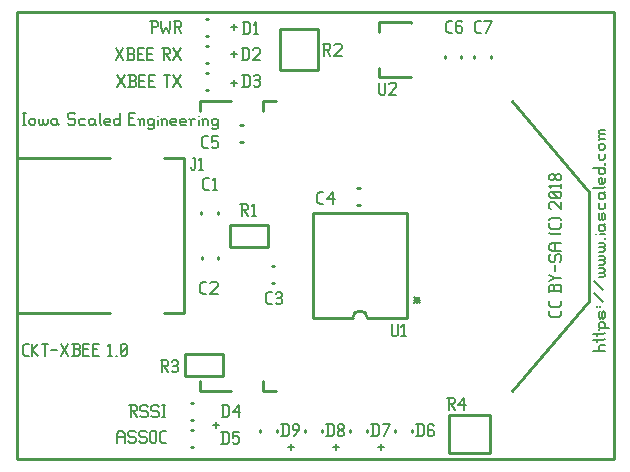
<source format=gbr>
G04 start of page 8 for group -4079 idx -4079 *
G04 Title: (unknown), topsilk *
G04 Creator: pcb 20140316 *
G04 CreationDate: Mon 29 Jan 2018 01:28:48 AM GMT UTC *
G04 For: railfan *
G04 Format: Gerber/RS-274X *
G04 PCB-Dimensions (mil): 2000.00 1500.00 *
G04 PCB-Coordinate-Origin: lower left *
%MOIN*%
%FSLAX25Y25*%
%LNTOPSILK*%
%ADD58C,0.0080*%
%ADD57C,0.0100*%
G54D57*X179500Y500D02*X500D01*
Y149500D01*
X179500D01*
X199500D02*Y500D01*
X179000Y149500D02*X199500D01*
X178000Y500D02*X199500D01*
G54D58*X72000Y126000D02*X74000D01*
X73000Y127000D02*Y125000D01*
X45500Y146500D02*Y142500D01*
X45000Y146500D02*X47000D01*
X47500Y146000D01*
Y145000D01*
X47000Y144500D02*X47500Y145000D01*
X45500Y144500D02*X47000D01*
X48700Y146500D02*Y144500D01*
X49200Y142500D01*
X50200Y144500D01*
X51200Y142500D01*
X51700Y144500D01*
Y146500D02*Y144500D01*
X52900Y146500D02*X54900D01*
X55400Y146000D01*
Y145000D01*
X54900Y144500D02*X55400Y145000D01*
X53400Y144500D02*X54900D01*
X53400Y146500D02*Y142500D01*
X54200Y144500D02*X55400Y142500D01*
X33500Y133500D02*X36000Y137500D01*
X33500D02*X36000Y133500D01*
X37200D02*X39200D01*
X39700Y134000D01*
Y135200D02*Y134000D01*
X39200Y135700D02*X39700Y135200D01*
X37700Y135700D02*X39200D01*
X37700Y137500D02*Y133500D01*
X37200Y137500D02*X39200D01*
X39700Y137000D01*
Y136200D01*
X39200Y135700D02*X39700Y136200D01*
X40900Y135700D02*X42400D01*
X40900Y133500D02*X42900D01*
X40900Y137500D02*Y133500D01*
Y137500D02*X42900D01*
X44100Y135700D02*X45600D01*
X44100Y133500D02*X46100D01*
X44100Y137500D02*Y133500D01*
Y137500D02*X46100D01*
X49100D02*X51100D01*
X51600Y137000D01*
Y136000D01*
X51100Y135500D02*X51600Y136000D01*
X49600Y135500D02*X51100D01*
X49600Y137500D02*Y133500D01*
X50400Y135500D02*X51600Y133500D01*
X52800D02*X55300Y137500D01*
X52800D02*X55300Y133500D01*
X34000Y124500D02*X36500Y128500D01*
X34000D02*X36500Y124500D01*
X37700D02*X39700D01*
X40200Y125000D01*
Y126200D02*Y125000D01*
X39700Y126700D02*X40200Y126200D01*
X38200Y126700D02*X39700D01*
X38200Y128500D02*Y124500D01*
X37700Y128500D02*X39700D01*
X40200Y128000D01*
Y127200D01*
X39700Y126700D02*X40200Y127200D01*
X41400Y126700D02*X42900D01*
X41400Y124500D02*X43400D01*
X41400Y128500D02*Y124500D01*
Y128500D02*X43400D01*
X44600Y126700D02*X46100D01*
X44600Y124500D02*X46600D01*
X44600Y128500D02*Y124500D01*
Y128500D02*X46600D01*
X49600D02*X51600D01*
X50600D02*Y124500D01*
X52800D02*X55300Y128500D01*
X52800D02*X55300Y124500D01*
X72000Y135500D02*X74000D01*
X73000Y136500D02*Y134500D01*
X72000Y144500D02*X74000D01*
X73000Y145500D02*Y143500D01*
X182000Y50000D02*Y48700D01*
X181300Y48000D02*X182000Y48700D01*
X178700Y48000D02*X181300D01*
X178700D02*X178000Y48700D01*
Y50000D02*Y48700D01*
X182000Y53200D02*Y51900D01*
X181300Y51200D02*X182000Y51900D01*
X178700Y51200D02*X181300D01*
X178700D02*X178000Y51900D01*
Y53200D02*Y51900D01*
X182000Y58200D02*Y56200D01*
Y58200D02*X181500Y58700D01*
X180300D02*X181500D01*
X179800Y58200D02*X180300Y58700D01*
X179800Y58200D02*Y56700D01*
X178000D02*X182000D01*
X178000Y58200D02*Y56200D01*
Y58200D02*X178500Y58700D01*
X179300D01*
X179800Y58200D02*X179300Y58700D01*
X178000Y59900D02*X180000Y60900D01*
X178000Y61900D01*
X180000Y60900D02*X182000D01*
X180000Y65100D02*Y63100D01*
X178000Y68300D02*X178500Y68800D01*
X178000Y68300D02*Y66800D01*
X178500Y66300D02*X178000Y66800D01*
X178500Y66300D02*X179500D01*
X180000Y66800D01*
Y68300D02*Y66800D01*
Y68300D02*X180500Y68800D01*
X181500D01*
X182000Y68300D02*X181500Y68800D01*
X182000Y68300D02*Y66800D01*
X181500Y66300D02*X182000Y66800D01*
X179000Y70000D02*X182000D01*
X179000D02*X178000Y70700D01*
Y71800D02*Y70700D01*
Y71800D02*X179000Y72500D01*
X182000D01*
X180000D02*Y70000D01*
X181500Y75500D02*X182000Y76000D01*
X178500Y75500D02*X178000Y76000D01*
X178500Y75500D02*X181500D01*
X182000Y79200D02*Y77900D01*
X181300Y77200D02*X182000Y77900D01*
X178700Y77200D02*X181300D01*
X178700D02*X178000Y77900D01*
Y79200D02*Y77900D01*
Y80400D02*X178500Y80900D01*
X181500D01*
X182000Y80400D02*X181500Y80900D01*
X178500Y83900D02*X178000Y84400D01*
Y85900D02*Y84400D01*
Y85900D02*X178500Y86400D01*
X179500D01*
X182000Y83900D02*X179500Y86400D01*
X182000D02*Y83900D01*
X181500Y87600D02*X182000Y88100D01*
X178500Y87600D02*X181500D01*
X178500D02*X178000Y88100D01*
Y89100D02*Y88100D01*
Y89100D02*X178500Y89600D01*
X181500D01*
X182000Y89100D02*X181500Y89600D01*
X182000Y89100D02*Y88100D01*
X181000Y87600D02*X179000Y89600D01*
X178800Y90800D02*X178000Y91600D01*
X182000D01*
Y92300D02*Y90800D01*
X181500Y93500D02*X182000Y94000D01*
X180700Y93500D02*X181500D01*
X180700D02*X180000Y94200D01*
Y94800D02*Y94200D01*
Y94800D02*X180700Y95500D01*
X181500D01*
X182000Y95000D02*X181500Y95500D01*
X182000Y95000D02*Y94000D01*
X179300Y93500D02*X180000Y94200D01*
X178500Y93500D02*X179300D01*
X178500D02*X178000Y94000D01*
Y95000D02*Y94000D01*
Y95000D02*X178500Y95500D01*
X179300D01*
X180000Y94800D02*X179300Y95500D01*
X133000Y54500D02*X135000Y52500D01*
X133000D02*X135000Y54500D01*
X133000Y53500D02*X135000D01*
X134000Y54500D02*Y52500D01*
X192500Y36500D02*X196500D01*
X195000D02*X194500Y37000D01*
Y38000D02*Y37000D01*
Y38000D02*X195000Y38500D01*
X196500D01*
X192500Y40200D02*X196000D01*
X196500Y40700D01*
X194000D02*Y39700D01*
X192500Y42200D02*X196000D01*
X196500Y42700D01*
X194000D02*Y41700D01*
X195000Y44200D02*X198000D01*
X194500Y43700D02*X195000Y44200D01*
X194500Y44700D01*
Y45700D02*Y44700D01*
Y45700D02*X195000Y46200D01*
X196000D01*
X196500Y45700D02*X196000Y46200D01*
X196500Y45700D02*Y44700D01*
X196000Y44200D02*X196500Y44700D01*
Y49400D02*Y47900D01*
Y49400D02*X196000Y49900D01*
X195500Y49400D02*X196000Y49900D01*
X195500Y49400D02*Y47900D01*
X195000Y47400D02*X195500Y47900D01*
X195000Y47400D02*X194500Y47900D01*
Y49400D02*Y47900D01*
Y49400D02*X195000Y49900D01*
X196000Y47400D02*X196500Y47900D01*
X194000Y51600D02*Y51100D01*
X195000Y51600D02*Y51100D01*
X196000Y52800D02*X193000Y55800D01*
X196000Y57000D02*X193000Y60000D01*
X194500Y61200D02*X196000D01*
X196500Y61700D01*
Y62200D02*Y61700D01*
Y62200D02*X196000Y62700D01*
X194500D02*X196000D01*
X196500Y63200D01*
Y63700D02*Y63200D01*
Y63700D02*X196000Y64200D01*
X194500D02*X196000D01*
X194500Y65400D02*X196000D01*
X196500Y65900D01*
Y66400D02*Y65900D01*
Y66400D02*X196000Y66900D01*
X194500D02*X196000D01*
X196500Y67400D01*
Y67900D02*Y67400D01*
Y67900D02*X196000Y68400D01*
X194500D02*X196000D01*
X194500Y69600D02*X196000D01*
X196500Y70100D01*
Y70600D02*Y70100D01*
Y70600D02*X196000Y71100D01*
X194500D02*X196000D01*
X196500Y71600D01*
Y72100D02*Y71600D01*
Y72100D02*X196000Y72600D01*
X194500D02*X196000D01*
X196500Y74300D02*Y73800D01*
X193500Y75500D02*X193600D01*
X195000D02*X196500D01*
X194500Y78000D02*X195000Y78500D01*
X194500Y78000D02*Y77000D01*
X195000Y76500D02*X194500Y77000D01*
X195000Y76500D02*X196000D01*
X196500Y77000D01*
X194500Y78500D02*X196000D01*
X196500Y79000D01*
Y78000D02*Y77000D01*
Y78000D02*X196000Y78500D01*
X196500Y82200D02*Y80700D01*
Y82200D02*X196000Y82700D01*
X195500Y82200D02*X196000Y82700D01*
X195500Y82200D02*Y80700D01*
X195000Y80200D02*X195500Y80700D01*
X195000Y80200D02*X194500Y80700D01*
Y82200D02*Y80700D01*
Y82200D02*X195000Y82700D01*
X196000Y80200D02*X196500Y80700D01*
X194500Y85900D02*Y84400D01*
X195000Y83900D02*X194500Y84400D01*
X195000Y83900D02*X196000D01*
X196500Y84400D01*
Y85900D02*Y84400D01*
X194500Y88600D02*X195000Y89100D01*
X194500Y88600D02*Y87600D01*
X195000Y87100D02*X194500Y87600D01*
X195000Y87100D02*X196000D01*
X196500Y87600D01*
X194500Y89100D02*X196000D01*
X196500Y89600D01*
Y88600D02*Y87600D01*
Y88600D02*X196000Y89100D01*
X192500Y90800D02*X196000D01*
X196500Y91300D01*
Y94300D02*Y92800D01*
X196000Y92300D02*X196500Y92800D01*
X195000Y92300D02*X196000D01*
X195000D02*X194500Y92800D01*
Y93800D02*Y92800D01*
Y93800D02*X195000Y94300D01*
X195500D02*Y92300D01*
X195000Y94300D02*X195500D01*
X192500Y97500D02*X196500D01*
Y97000D02*X196000Y97500D01*
X196500Y97000D02*Y96000D01*
X196000Y95500D02*X196500Y96000D01*
X195000Y95500D02*X196000D01*
X195000D02*X194500Y96000D01*
Y97000D02*Y96000D01*
Y97000D02*X195000Y97500D01*
X196500Y99200D02*Y98700D01*
X194500Y102400D02*Y100900D01*
X195000Y100400D02*X194500Y100900D01*
X195000Y100400D02*X196000D01*
X196500Y100900D01*
Y102400D02*Y100900D01*
X195000Y103600D02*X196000D01*
X195000D02*X194500Y104100D01*
Y105100D02*Y104100D01*
Y105100D02*X195000Y105600D01*
X196000D01*
X196500Y105100D02*X196000Y105600D01*
X196500Y105100D02*Y104100D01*
X196000Y103600D02*X196500Y104100D01*
X195000Y107300D02*X196500D01*
X195000D02*X194500Y107800D01*
Y108300D02*Y107800D01*
Y108300D02*X195000Y108800D01*
X196500D01*
X195000D02*X194500Y109300D01*
Y109800D02*Y109300D01*
Y109800D02*X195000Y110300D01*
X196500D01*
X194500Y106800D02*X195000Y107300D01*
X3200Y35000D02*X4500D01*
X2500Y35700D02*X3200Y35000D01*
X2500Y38300D02*Y35700D01*
Y38300D02*X3200Y39000D01*
X4500D01*
X5700D02*Y35000D01*
Y37000D02*X7700Y39000D01*
X5700Y37000D02*X7700Y35000D01*
X8900Y39000D02*X10900D01*
X9900D02*Y35000D01*
X12100Y37000D02*X14100D01*
X15300Y35000D02*X17800Y39000D01*
X15300D02*X17800Y35000D01*
X19000D02*X21000D01*
X21500Y35500D01*
Y36700D02*Y35500D01*
X21000Y37200D02*X21500Y36700D01*
X19500Y37200D02*X21000D01*
X19500Y39000D02*Y35000D01*
X19000Y39000D02*X21000D01*
X21500Y38500D01*
Y37700D01*
X21000Y37200D02*X21500Y37700D01*
X22700Y37200D02*X24200D01*
X22700Y35000D02*X24700D01*
X22700Y39000D02*Y35000D01*
Y39000D02*X24700D01*
X25900Y37200D02*X27400D01*
X25900Y35000D02*X27900D01*
X25900Y39000D02*Y35000D01*
Y39000D02*X27900D01*
X30900Y38200D02*X31700Y39000D01*
Y35000D01*
X30900D02*X32400D01*
X33600D02*X34100D01*
X35300Y35500D02*X35800Y35000D01*
X35300Y38500D02*Y35500D01*
Y38500D02*X35800Y39000D01*
X36800D01*
X37300Y38500D01*
Y35500D01*
X36800Y35000D02*X37300Y35500D01*
X35800Y35000D02*X36800D01*
X35300Y36000D02*X37300Y38000D01*
X2500Y116000D02*X3500D01*
X3000D02*Y112000D01*
X2500D02*X3500D01*
X4700Y113500D02*Y112500D01*
Y113500D02*X5200Y114000D01*
X6200D01*
X6700Y113500D01*
Y112500D01*
X6200Y112000D02*X6700Y112500D01*
X5200Y112000D02*X6200D01*
X4700Y112500D02*X5200Y112000D01*
X7900Y114000D02*Y112500D01*
X8400Y112000D01*
X8900D01*
X9400Y112500D01*
Y114000D02*Y112500D01*
X9900Y112000D01*
X10400D01*
X10900Y112500D01*
Y114000D02*Y112500D01*
X13600Y114000D02*X14100Y113500D01*
X12600Y114000D02*X13600D01*
X12100Y113500D02*X12600Y114000D01*
X12100Y113500D02*Y112500D01*
X12600Y112000D01*
X14100Y114000D02*Y112500D01*
X14600Y112000D01*
X12600D02*X13600D01*
X14100Y112500D01*
X19600Y116000D02*X20100Y115500D01*
X18100Y116000D02*X19600D01*
X17600Y115500D02*X18100Y116000D01*
X17600Y115500D02*Y114500D01*
X18100Y114000D01*
X19600D01*
X20100Y113500D01*
Y112500D01*
X19600Y112000D02*X20100Y112500D01*
X18100Y112000D02*X19600D01*
X17600Y112500D02*X18100Y112000D01*
X21800Y114000D02*X23300D01*
X21300Y113500D02*X21800Y114000D01*
X21300Y113500D02*Y112500D01*
X21800Y112000D01*
X23300D01*
X26000Y114000D02*X26500Y113500D01*
X25000Y114000D02*X26000D01*
X24500Y113500D02*X25000Y114000D01*
X24500Y113500D02*Y112500D01*
X25000Y112000D01*
X26500Y114000D02*Y112500D01*
X27000Y112000D01*
X25000D02*X26000D01*
X26500Y112500D01*
X28200Y116000D02*Y112500D01*
X28700Y112000D01*
X30200D02*X31700D01*
X29700Y112500D02*X30200Y112000D01*
X29700Y113500D02*Y112500D01*
Y113500D02*X30200Y114000D01*
X31200D01*
X31700Y113500D01*
X29700Y113000D02*X31700D01*
Y113500D02*Y113000D01*
X34900Y116000D02*Y112000D01*
X34400D02*X34900Y112500D01*
X33400Y112000D02*X34400D01*
X32900Y112500D02*X33400Y112000D01*
X32900Y113500D02*Y112500D01*
Y113500D02*X33400Y114000D01*
X34400D01*
X34900Y113500D01*
X37900Y114200D02*X39400D01*
X37900Y112000D02*X39900D01*
X37900Y116000D02*Y112000D01*
Y116000D02*X39900D01*
X41600Y113500D02*Y112000D01*
Y113500D02*X42100Y114000D01*
X42600D01*
X43100Y113500D01*
Y112000D01*
X41100Y114000D02*X41600Y113500D01*
X45800Y114000D02*X46300Y113500D01*
X44800Y114000D02*X45800D01*
X44300Y113500D02*X44800Y114000D01*
X44300Y113500D02*Y112500D01*
X44800Y112000D01*
X45800D01*
X46300Y112500D01*
X44300Y111000D02*X44800Y110500D01*
X45800D01*
X46300Y111000D01*
Y114000D02*Y111000D01*
X47500Y115000D02*Y114900D01*
Y113500D02*Y112000D01*
X49000Y113500D02*Y112000D01*
Y113500D02*X49500Y114000D01*
X50000D01*
X50500Y113500D01*
Y112000D01*
X48500Y114000D02*X49000Y113500D01*
X52200Y112000D02*X53700D01*
X51700Y112500D02*X52200Y112000D01*
X51700Y113500D02*Y112500D01*
Y113500D02*X52200Y114000D01*
X53200D01*
X53700Y113500D01*
X51700Y113000D02*X53700D01*
Y113500D02*Y113000D01*
X55400Y112000D02*X56900D01*
X54900Y112500D02*X55400Y112000D01*
X54900Y113500D02*Y112500D01*
Y113500D02*X55400Y114000D01*
X56400D01*
X56900Y113500D01*
X54900Y113000D02*X56900D01*
Y113500D02*Y113000D01*
X58600Y113500D02*Y112000D01*
Y113500D02*X59100Y114000D01*
X60100D01*
X58100D02*X58600Y113500D01*
X61300Y115000D02*Y114900D01*
Y113500D02*Y112000D01*
X62800Y113500D02*Y112000D01*
Y113500D02*X63300Y114000D01*
X63800D01*
X64300Y113500D01*
Y112000D01*
X62300Y114000D02*X62800Y113500D01*
X67000Y114000D02*X67500Y113500D01*
X66000Y114000D02*X67000D01*
X65500Y113500D02*X66000Y114000D01*
X65500Y113500D02*Y112500D01*
X66000Y112000D01*
X67000D01*
X67500Y112500D01*
X65500Y111000D02*X66000Y110500D01*
X67000D01*
X67500Y111000D01*
Y114000D02*Y111000D01*
X66000Y12000D02*X68000D01*
X67000Y13000D02*Y11000D01*
X38000Y18500D02*X40000D01*
X40500Y18000D01*
Y17000D01*
X40000Y16500D02*X40500Y17000D01*
X38500Y16500D02*X40000D01*
X38500Y18500D02*Y14500D01*
X39300Y16500D02*X40500Y14500D01*
X43700Y18500D02*X44200Y18000D01*
X42200Y18500D02*X43700D01*
X41700Y18000D02*X42200Y18500D01*
X41700Y18000D02*Y17000D01*
X42200Y16500D01*
X43700D01*
X44200Y16000D01*
Y15000D01*
X43700Y14500D02*X44200Y15000D01*
X42200Y14500D02*X43700D01*
X41700Y15000D02*X42200Y14500D01*
X47400Y18500D02*X47900Y18000D01*
X45900Y18500D02*X47400D01*
X45400Y18000D02*X45900Y18500D01*
X45400Y18000D02*Y17000D01*
X45900Y16500D01*
X47400D01*
X47900Y16000D01*
Y15000D01*
X47400Y14500D02*X47900Y15000D01*
X45900Y14500D02*X47400D01*
X45400Y15000D02*X45900Y14500D01*
X49100Y18500D02*X50100D01*
X49600D02*Y14500D01*
X49100D02*X50100D01*
X34000Y9000D02*Y6000D01*
Y9000D02*X34700Y10000D01*
X35800D01*
X36500Y9000D01*
Y6000D01*
X34000Y8000D02*X36500D01*
X39700Y10000D02*X40200Y9500D01*
X38200Y10000D02*X39700D01*
X37700Y9500D02*X38200Y10000D01*
X37700Y9500D02*Y8500D01*
X38200Y8000D01*
X39700D01*
X40200Y7500D01*
Y6500D01*
X39700Y6000D02*X40200Y6500D01*
X38200Y6000D02*X39700D01*
X37700Y6500D02*X38200Y6000D01*
X43400Y10000D02*X43900Y9500D01*
X41900Y10000D02*X43400D01*
X41400Y9500D02*X41900Y10000D01*
X41400Y9500D02*Y8500D01*
X41900Y8000D01*
X43400D01*
X43900Y7500D01*
Y6500D01*
X43400Y6000D02*X43900Y6500D01*
X41900Y6000D02*X43400D01*
X41400Y6500D02*X41900Y6000D01*
X45100Y9500D02*Y6500D01*
Y9500D02*X45600Y10000D01*
X46600D01*
X47100Y9500D01*
Y6500D01*
X46600Y6000D02*X47100Y6500D01*
X45600Y6000D02*X46600D01*
X45100Y6500D02*X45600Y6000D01*
X49000D02*X50300D01*
X48300Y6700D02*X49000Y6000D01*
X48300Y9300D02*Y6700D01*
Y9300D02*X49000Y10000D01*
X50300D01*
X91000Y4500D02*X93000D01*
X92000Y5500D02*Y3500D01*
X106000Y4500D02*X108000D01*
X107000Y5500D02*Y3500D01*
X121000Y4500D02*X123000D01*
X122000Y5500D02*Y3500D01*
G54D57*X158669Y134936D02*Y134150D01*
X153159Y134936D02*Y134150D01*
X148755Y134893D02*Y134107D01*
X143245Y134893D02*Y134107D01*
X144610Y15299D02*Y2701D01*
Y15299D02*X158390D01*
Y2701D01*
X144610D02*X158390D01*
X121271Y127750D02*X131901D01*
X121271Y146250D02*X131901D01*
X121271Y131000D02*Y127750D01*
Y146250D02*Y143000D01*
X131901Y127929D02*Y127750D01*
Y146250D02*Y146071D01*
X114107Y90755D02*X114893D01*
X114107Y85245D02*X114893D01*
X130566Y82524D02*Y47476D01*
X99434Y82524D02*X130566D01*
X99434D02*Y47476D01*
X117500D02*X130566D01*
X99434D02*X112500D01*
X117500D02*G75*G03X112500Y47476I-2500J0D01*G01*
X82650Y119807D02*X87000D01*
X82650Y23193D02*X87000D01*
X82650Y119807D02*Y116500D01*
Y26500D02*Y23193D01*
X165642Y119807D02*X191351Y89610D01*
X165642Y23193D02*X191351Y53390D01*
Y89610D02*Y53390D01*
X61650Y119807D02*Y116500D01*
Y119807D02*X72000D01*
X61650Y26500D02*Y23193D01*
X72000D01*
X85607Y64755D02*X86393D01*
X85607Y59245D02*X86393D01*
X132255Y10393D02*Y9607D01*
X126745Y10393D02*Y9607D01*
X117255Y10393D02*Y9607D01*
X111745Y10393D02*Y9607D01*
X102255Y10393D02*Y9607D01*
X96745Y10393D02*Y9607D01*
X87255Y10393D02*Y9607D01*
X81745Y10393D02*Y9607D01*
X88353Y143965D02*X100951D01*
Y130185D01*
X88353D01*
Y143965D01*
X600Y49200D02*X31500D01*
X600Y100900D02*Y49200D01*
Y100900D02*X31500D01*
X49700D02*X56300D01*
X49700Y49200D02*X56300D01*
Y100900D02*Y49200D01*
X67755Y67893D02*Y67107D01*
X62245Y67893D02*Y67107D01*
X63607Y147255D02*X64393D01*
X63607Y141745D02*X64393D01*
X75107Y111755D02*X75893D01*
X75107Y106245D02*X75893D01*
X63607Y138255D02*X64393D01*
X63607Y132745D02*X64393D01*
X63607Y129255D02*X64393D01*
X63607Y123745D02*X64393D01*
X62159Y82936D02*Y82150D01*
X67669Y82936D02*Y82150D01*
X71701Y78741D02*X84299D01*
Y71259D01*
X71701D01*
Y78741D01*
X56701Y28259D02*X69299D01*
X56701Y35741D02*Y28259D01*
Y35741D02*X69299D01*
Y28259D01*
X58607Y10255D02*X59393D01*
X58607Y4745D02*X59393D01*
X58650Y19255D02*X59436D01*
X58650Y13745D02*X59436D01*
G54D58*X153964Y142564D02*X155264D01*
X153264Y143264D02*X153964Y142564D01*
X153264Y145864D02*Y143264D01*
Y145864D02*X153964Y146564D01*
X155264D01*
X156964Y142564D02*X158964Y146564D01*
X156464D02*X158964D01*
X144507Y142607D02*X145807D01*
X143807Y143307D02*X144507Y142607D01*
X143807Y145907D02*Y143307D01*
Y145907D02*X144507Y146607D01*
X145807D01*
X148507D02*X149007Y146107D01*
X147507Y146607D02*X148507D01*
X147007Y146107D02*X147507Y146607D01*
X147007Y146107D02*Y143107D01*
X147507Y142607D01*
X148507Y144807D02*X149007Y144307D01*
X147007Y144807D02*X148507D01*
X147507Y142607D02*X148507D01*
X149007Y143107D01*
Y144307D02*Y143107D01*
X121337Y126000D02*Y122500D01*
X121837Y122000D01*
X122837D01*
X123337Y122500D01*
Y126000D02*Y122500D01*
X124537Y125500D02*X125037Y126000D01*
X126537D01*
X127037Y125500D01*
Y124500D01*
X124537Y122000D02*X127037Y124500D01*
X124537Y122000D02*X127037D01*
X125500Y45500D02*Y42000D01*
X126000Y41500D01*
X127000D01*
X127500Y42000D01*
Y45500D02*Y42000D01*
X128700Y44700D02*X129500Y45500D01*
Y41500D01*
X128700D02*X130200D01*
X144000Y21000D02*X146000D01*
X146500Y20500D01*
Y19500D01*
X146000Y19000D02*X146500Y19500D01*
X144500Y19000D02*X146000D01*
X144500Y21000D02*Y17000D01*
X145300Y19000D02*X146500Y17000D01*
X147700Y18500D02*X149700Y21000D01*
X147700Y18500D02*X150200D01*
X149700Y21000D02*Y17000D01*
X134307Y12150D02*Y8150D01*
X135607Y12150D02*X136307Y11450D01*
Y8850D01*
X135607Y8150D02*X136307Y8850D01*
X133807Y8150D02*X135607D01*
X133807Y12150D02*X135607D01*
X139007D02*X139507Y11650D01*
X138007Y12150D02*X139007D01*
X137507Y11650D02*X138007Y12150D01*
X137507Y11650D02*Y8650D01*
X138007Y8150D01*
X139007Y10350D02*X139507Y9850D01*
X137507Y10350D02*X139007D01*
X138007Y8150D02*X139007D01*
X139507Y8650D01*
Y9850D02*Y8650D01*
X119307Y12150D02*Y8150D01*
X120607Y12150D02*X121307Y11450D01*
Y8850D01*
X120607Y8150D02*X121307Y8850D01*
X118807Y8150D02*X120607D01*
X118807Y12150D02*X120607D01*
X123007Y8150D02*X125007Y12150D01*
X122507D02*X125007D01*
X62507Y55650D02*X63807D01*
X61807Y56350D02*X62507Y55650D01*
X61807Y58950D02*Y56350D01*
Y58950D02*X62507Y59650D01*
X63807D01*
X65007Y59150D02*X65507Y59650D01*
X67007D01*
X67507Y59150D01*
Y58150D01*
X65007Y55650D02*X67507Y58150D01*
X65007Y55650D02*X67507D01*
X48500Y33500D02*X50500D01*
X51000Y33000D01*
Y32000D01*
X50500Y31500D02*X51000Y32000D01*
X49000Y31500D02*X50500D01*
X49000Y33500D02*Y29500D01*
X49800Y31500D02*X51000Y29500D01*
X52200Y33000D02*X52700Y33500D01*
X53700D01*
X54200Y33000D01*
X53700Y29500D02*X54200Y30000D01*
X52700Y29500D02*X53700D01*
X52200Y30000D02*X52700Y29500D01*
Y31700D02*X53700D01*
X54200Y33000D02*Y32200D01*
Y31200D02*Y30000D01*
Y31200D02*X53700Y31700D01*
X54200Y32200D02*X53700Y31700D01*
X102652Y139075D02*X104652D01*
X105152Y138575D01*
Y137575D01*
X104652Y137075D02*X105152Y137575D01*
X103152Y137075D02*X104652D01*
X103152Y139075D02*Y135075D01*
X103952Y137075D02*X105152Y135075D01*
X106352Y138575D02*X106852Y139075D01*
X108352D01*
X108852Y138575D01*
Y137575D01*
X106352Y135075D02*X108852Y137575D01*
X106352Y135075D02*X108852D01*
X101507Y85650D02*X102807D01*
X100807Y86350D02*X101507Y85650D01*
X100807Y88950D02*Y86350D01*
Y88950D02*X101507Y89650D01*
X102807D01*
X104007Y87150D02*X106007Y89650D01*
X104007Y87150D02*X106507D01*
X106007Y89650D02*Y85650D01*
X76002Y137575D02*Y133575D01*
X77302Y137575D02*X78002Y136875D01*
Y134275D01*
X77302Y133575D02*X78002Y134275D01*
X75502Y133575D02*X77302D01*
X75502Y137575D02*X77302D01*
X79202Y137075D02*X79702Y137575D01*
X81202D01*
X81702Y137075D01*
Y136075D01*
X79202Y133575D02*X81702Y136075D01*
X79202Y133575D02*X81702D01*
X76436Y146150D02*Y142150D01*
X77736Y146150D02*X78436Y145450D01*
Y142850D01*
X77736Y142150D02*X78436Y142850D01*
X75936Y142150D02*X77736D01*
X75936Y146150D02*X77736D01*
X79636Y145350D02*X80436Y146150D01*
Y142150D01*
X79636D02*X81136D01*
X76307Y128650D02*Y124650D01*
X77607Y128650D02*X78307Y127950D01*
Y125350D01*
X77607Y124650D02*X78307Y125350D01*
X75807Y124650D02*X77607D01*
X75807Y128650D02*X77607D01*
X79507Y128150D02*X80007Y128650D01*
X81007D01*
X81507Y128150D01*
X81007Y124650D02*X81507Y125150D01*
X80007Y124650D02*X81007D01*
X79507Y125150D02*X80007Y124650D01*
Y126850D02*X81007D01*
X81507Y128150D02*Y127350D01*
Y126350D02*Y125150D01*
Y126350D02*X81007Y126850D01*
X81507Y127350D02*X81007Y126850D01*
X75152Y85575D02*X77152D01*
X77652Y85075D01*
Y84075D01*
X77152Y83575D02*X77652Y84075D01*
X75652Y83575D02*X77152D01*
X75652Y85575D02*Y81575D01*
X76452Y83575D02*X77652Y81575D01*
X78852Y84775D02*X79652Y85575D01*
Y81575D01*
X78852D02*X80352D01*
X84355Y52182D02*X85655D01*
X83655Y52882D02*X84355Y52182D01*
X83655Y55482D02*Y52882D01*
Y55482D02*X84355Y56182D01*
X85655D01*
X86855Y55682D02*X87355Y56182D01*
X88355D01*
X88855Y55682D01*
X88355Y52182D02*X88855Y52682D01*
X87355Y52182D02*X88355D01*
X86855Y52682D02*X87355Y52182D01*
Y54382D02*X88355D01*
X88855Y55682D02*Y54882D01*
Y53882D02*Y52682D01*
Y53882D02*X88355Y54382D01*
X88855Y54882D02*X88355Y54382D01*
X63050Y104150D02*X64350D01*
X62350Y104850D02*X63050Y104150D01*
X62350Y107450D02*Y104850D01*
Y107450D02*X63050Y108150D01*
X64350D01*
X65550D02*X67550D01*
X65550D02*Y106150D01*
X66050Y106650D01*
X67050D01*
X67550Y106150D01*
Y104650D01*
X67050Y104150D02*X67550Y104650D01*
X66050Y104150D02*X67050D01*
X65550Y104650D02*X66050Y104150D01*
X59200Y101000D02*X60000D01*
Y97500D01*
X59500Y97000D02*X60000Y97500D01*
X59000Y97000D02*X59500D01*
X58500Y97500D02*X59000Y97000D01*
X58500Y98000D02*Y97500D01*
X61200Y100200D02*X62000Y101000D01*
Y97000D01*
X61200D02*X62700D01*
X63441Y90311D02*X64741D01*
X62741Y91011D02*X63441Y90311D01*
X62741Y93611D02*Y91011D01*
Y93611D02*X63441Y94311D01*
X64741D01*
X65941Y93511D02*X66741Y94311D01*
Y90311D01*
X65941D02*X67441D01*
X69307Y9650D02*Y5650D01*
X70607Y9650D02*X71307Y8950D01*
Y6350D01*
X70607Y5650D02*X71307Y6350D01*
X68807Y5650D02*X70607D01*
X68807Y9650D02*X70607D01*
X72507D02*X74507D01*
X72507D02*Y7650D01*
X73007Y8150D01*
X74007D01*
X74507Y7650D01*
Y6150D01*
X74007Y5650D02*X74507Y6150D01*
X73007Y5650D02*X74007D01*
X72507Y6150D02*X73007Y5650D01*
X69350Y18650D02*Y14650D01*
X70650Y18650D02*X71350Y17950D01*
Y15350D01*
X70650Y14650D02*X71350Y15350D01*
X68850Y14650D02*X70650D01*
X68850Y18650D02*X70650D01*
X72550Y16150D02*X74550Y18650D01*
X72550Y16150D02*X75050D01*
X74550Y18650D02*Y14650D01*
X104307Y12150D02*Y8150D01*
X105607Y12150D02*X106307Y11450D01*
Y8850D01*
X105607Y8150D02*X106307Y8850D01*
X103807Y8150D02*X105607D01*
X103807Y12150D02*X105607D01*
X107507Y8650D02*X108007Y8150D01*
X107507Y9450D02*Y8650D01*
Y9450D02*X108207Y10150D01*
X108807D01*
X109507Y9450D01*
Y8650D01*
X109007Y8150D02*X109507Y8650D01*
X108007Y8150D02*X109007D01*
X107507Y10850D02*X108207Y10150D01*
X107507Y11650D02*Y10850D01*
Y11650D02*X108007Y12150D01*
X109007D01*
X109507Y11650D01*
Y10850D01*
X108807Y10150D02*X109507Y10850D01*
X89307Y12150D02*Y8150D01*
X90607Y12150D02*X91307Y11450D01*
Y8850D01*
X90607Y8150D02*X91307Y8850D01*
X88807Y8150D02*X90607D01*
X88807Y12150D02*X90607D01*
X93007Y8150D02*X94507Y10150D01*
Y11650D02*Y10150D01*
X94007Y12150D02*X94507Y11650D01*
X93007Y12150D02*X94007D01*
X92507Y11650D02*X93007Y12150D01*
X92507Y11650D02*Y10650D01*
X93007Y10150D01*
X94507D01*
M02*

</source>
